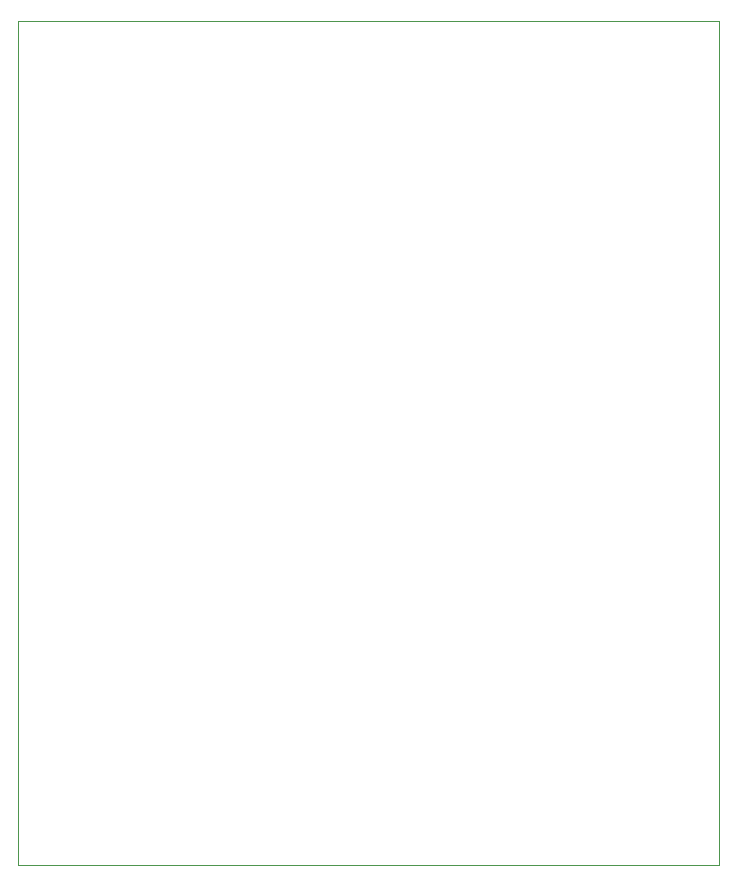
<source format=gbr>
%TF.GenerationSoftware,KiCad,Pcbnew,8.0.9*%
%TF.CreationDate,2025-02-23T20:40:55-05:00*%
%TF.ProjectId,Receiver_Out,52656365-6976-4657-925f-4f75742e6b69,v3*%
%TF.SameCoordinates,Original*%
%TF.FileFunction,Profile,NP*%
%FSLAX46Y46*%
G04 Gerber Fmt 4.6, Leading zero omitted, Abs format (unit mm)*
G04 Created by KiCad (PCBNEW 8.0.9) date 2025-02-23 20:40:55*
%MOMM*%
%LPD*%
G01*
G04 APERTURE LIST*
%TA.AperFunction,Profile*%
%ADD10C,0.050000*%
%TD*%
G04 APERTURE END LIST*
D10*
X-132372200Y47785700D02*
X-132366200Y-23614300D01*
X-132372200Y47785700D02*
X-73041200Y47785700D01*
X-73041200Y-23614300D02*
X-73041200Y47785700D01*
X-73041200Y-23614300D02*
X-132366200Y-23614300D01*
M02*

</source>
